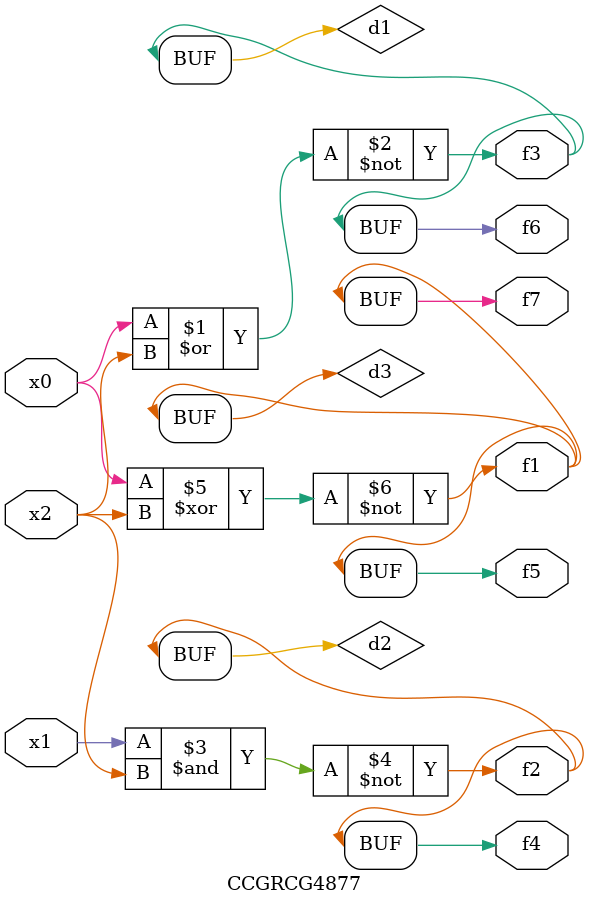
<source format=v>
module CCGRCG4877(
	input x0, x1, x2,
	output f1, f2, f3, f4, f5, f6, f7
);

	wire d1, d2, d3;

	nor (d1, x0, x2);
	nand (d2, x1, x2);
	xnor (d3, x0, x2);
	assign f1 = d3;
	assign f2 = d2;
	assign f3 = d1;
	assign f4 = d2;
	assign f5 = d3;
	assign f6 = d1;
	assign f7 = d3;
endmodule

</source>
